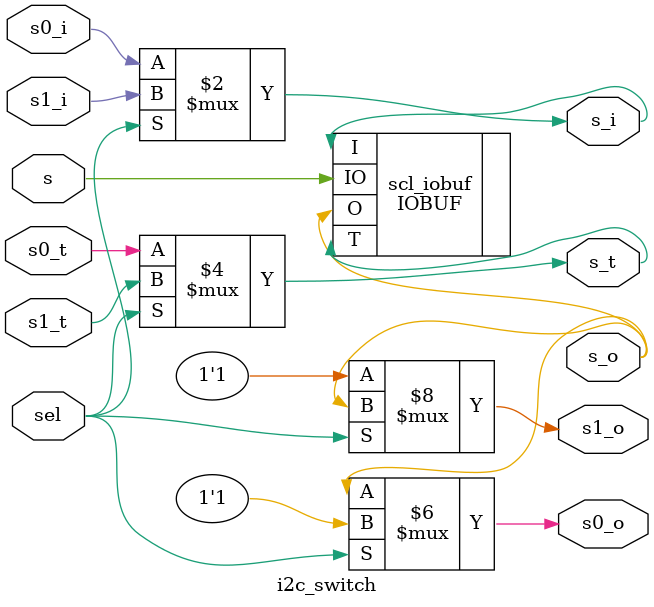
<source format=v>
`timescale 1ns / 1ps

module i2c_switch
(
    input  s0_i,
    output s0_o,
    input  s0_t,

    input  s1_i,
    output s1_o,
    input  s1_t,

    inout  s,
    
    // for debugging
    output s_o,
    output s_i,
    output s_t,
    
    input sel
);

    IOBUF scl_iobuf (.IO(s), .O(s_o), .I(s_i), .T(s_t));

    assign s_i = (sel == 1'b0) ? s0_i : s1_i;
    assign s_t = (sel == 1'b0) ? s0_t : s1_t;
    
    assign s0_o = (sel == 1'b0) ? s_o : 1'b1;
    assign s1_o = (sel == 1'b1) ? s_o : 1'b1;

endmodule

</source>
